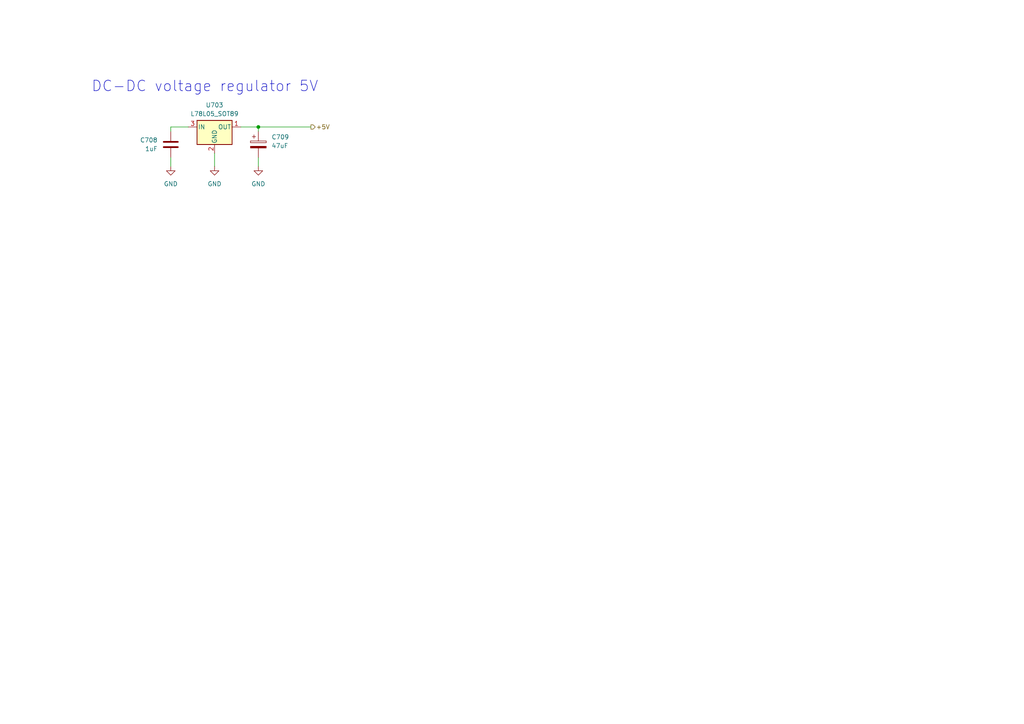
<source format=kicad_sch>
(kicad_sch (version 20231120) (generator "eeschema") (generator_version "8.0")
  (paper "A4")
  (lib_symbols
    (symbol "Device:C" (pin_numbers hide) (pin_names (offset 0.254))
      (property "Reference" "C" (at 0.635 2.54 0))
      (property "Value" "C" (at 0.635 -2.54 0))
      (symbol "C_0_1"
        (polyline (pts (xy -2.032 -0.762) (xy 2.032 -0.762)) (stroke (width 0.508)))
        (polyline (pts (xy -2.032 0.762) (xy 2.032 0.762)) (stroke (width 0.508)))
      )
      (symbol "C_1_1"
        (pin passive line (at 0 3.81 270) (length 2.794) (name "~") (number "1"))
        (pin passive line (at 0 -3.81 90) (length 2.794) (name "~") (number "2"))
      )
    )
    (symbol "Device:C_Polarized" (pin_numbers hide) (pin_names (offset 0.254))
      (property "Reference" "C" (at 0.635 2.54 0))
      (property "Value" "C_Polarized" (at 0.635 -2.54 0))
      (symbol "C_Polarized_0_1"
        (rectangle (start -2.286 0.508) (end 2.286 1.016))
        (polyline (pts (xy -1.778 2.286) (xy -0.762 2.286)))
        (polyline (pts (xy -1.27 2.794) (xy -1.27 1.778)))
        (rectangle (start 2.286 -0.508) (end -2.286 -1.016) (fill (type outline)))
      )
      (symbol "C_Polarized_1_1"
        (pin passive line (at 0 3.81 270) (length 2.794) (name "~") (number "1"))
        (pin passive line (at 0 -3.81 90) (length 2.794) (name "~") (number "2"))
      )
    )
    (symbol "Regulator_Linear:L78L05_SOT89" (pin_names (offset 0.254))
      (property "Reference" "U" (at -3.81 3.175 0))
      (property "Value" "L78L05_SOT89" (at -0.635 3.175 0))
      (symbol "L78L05_SOT89_0_1"
        (rectangle (start -5.08 1.905) (end 5.08 -5.08) (stroke (width 0.254)) (fill (type background)))
      )
      (symbol "L78L05_SOT89_1_1"
        (pin power_out line (at 7.62 0 180) (length 2.54) (name "OUT") (number "1"))
        (pin power_in line (at 0 -7.62 90) (length 2.54) (name "GND") (number "2"))
        (pin power_in line (at -7.62 0 0) (length 2.54) (name "IN") (number "3"))
      )
    )
    (symbol "power:GND" (power) (pin_names (offset 0))
      (property "Value" "GND" (at 0 -3.81 0))
      (symbol "GND_0_1"
        (polyline (pts (xy 0 0) (xy 0 -1.27) (xy 1.27 -1.27) (xy 0 -2.54) (xy -1.27 -1.27) (xy 0 -1.27)))
      )
      (symbol "GND_1_1"
        (pin power_in line (at 0 0 270) (length 0) hide (name "GND") (number "1"))
      )
    )
  )
  (junction (at 74.93 36.83))
  (wire (pts (xy 74.93 36.83) (xy 74.93 38.1)))
  (wire (pts (xy 49.53 45.72) (xy 49.53 48.26)))
  (wire (pts (xy 74.93 36.83) (xy 90.17 36.83)))
  (wire (pts (xy 69.85 36.83) (xy 74.93 36.83)))
  (wire (pts (xy 49.53 36.83) (xy 54.61 36.83)))
  (wire (pts (xy 62.23 44.45) (xy 62.23 48.26)))
  (wire (pts (xy 74.93 45.72) (xy 74.93 48.26)))
  (wire (pts (xy 49.53 38.1) (xy 49.53 36.83)))
  (text "DC-DC voltage regulator 5V\n" (at 59.436 25.146 0) (effects (font (size 3.048 3.048))))
  (hierarchical_label "+5V" (shape output) (at 90.17 36.83 0))
  (symbol (lib_id "power:GND") (at 74.93 48.26 0) (unit 1)
    (property "Reference" "#PWR0707" (effects (hide yes)))
    (property "Value" "GND" (at 74.93 53.34 0))
    (property "Description" "Power symbol creates a global label with name \"GND\" , ground" (effects (hide yes)))
  )
  (symbol (lib_id "power:GND") (at 49.53 48.26 0) (unit 1)
    (property "Reference" "#PWR0705" (effects (hide yes)))
    (property "Value" "GND" (at 49.53 53.34 0))
    (property "Description" "Power symbol creates a global label with name \"GND\" , ground" (effects (hide yes)))
  )
  (symbol (lib_id "Regulator_Linear:L78L05_SOT89") (at 62.23 36.83 0) (unit 1)
    (property "Reference" "U703" (at 62.23 30.48 0))
    (property "Value" "L78L05_SOT89" (at 62.23 33.02 0))
    (property "Footprint" "Package_TO_SOT_SMD:SOT-89-3" (effects (hide yes)))
    (property "Datasheet" "http://www.st.com/content/ccc/resource/technical/document/datasheet/15/55/e5/aa/23/5b/43/fd/CD00000446.pdf/files/CD00000446.pdf/jcr:content/translations/en.CD00000446.pdf" (effects (hide yes)))
    (property "Description" "Positive 100mA 30V Linear Regulator, Fixed Output 5V, SOT-89" (effects (hide yes)))
    (property "LCSC" "C71136" (effects (hide yes)))
  )
  (symbol (lib_id "Device:C") (at 49.53 41.91 0) (mirror y) (unit 1)
    (property "Reference" "C708" (at 45.72 40.64 0) (effects (justify left)))
    (property "Value" "1uF" (at 45.72 43.18 0) (effects (justify left)))
    (property "Footprint" "Capacitor_SMD:C_0402_1005Metric_Pad0.74x0.62mm_HandSolder" (effects (hide yes)))
    (property "Description" "Unpolarized capacitor" (effects (hide yes)))
    (property "LCSC" "C52923" (effects (hide yes)))
  )
  (symbol (lib_id "power:GND") (at 62.23 48.26 0) (unit 1)
    (property "Reference" "#PWR0706" (effects (hide yes)))
    (property "Value" "GND" (at 62.23 53.34 0))
    (property "Description" "Power symbol creates a global label with name \"GND\" , ground" (effects (hide yes)))
  )
  (symbol (lib_id "Device:C_Polarized") (at 74.93 41.91 0) (unit 1)
    (property "Reference" "C709" (at 78.74 39.751 0) (effects (justify left)))
    (property "Value" "47uF" (at 78.74 42.291 0) (effects (justify left)))
    (property "Footprint" "Capacitor_SMD:C_0805_2012Metric_Pad1.18x1.45mm_HandSolder" (effects (hide yes)))
    (property "Description" "Polarized capacitor" (effects (hide yes)))
    (property "LCSC" "C16780" (effects (hide yes)))
  )
)
</source>
